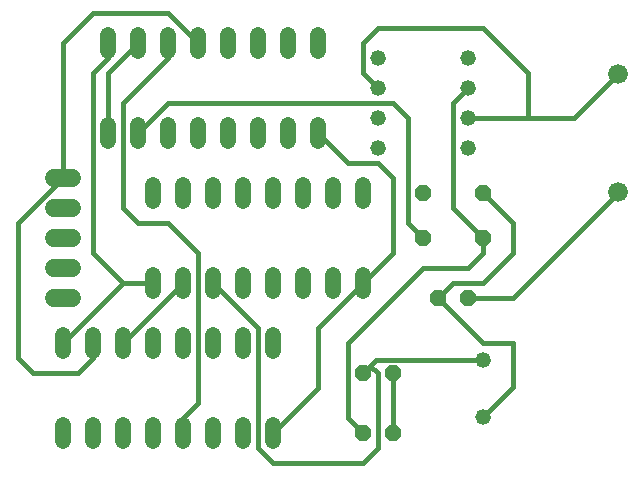
<source format=gbr>
G04 EAGLE Gerber RS-274X export*
G75*
%MOMM*%
%FSLAX34Y34*%
%LPD*%
%INTop Copper*%
%IPPOS*%
%AMOC8*
5,1,8,0,0,1.08239X$1,22.5*%
G01*
%ADD10P,1.429621X8X22.500000*%
%ADD11C,1.320800*%
%ADD12C,1.320800*%
%ADD13C,1.676400*%
%ADD14C,1.524000*%
%ADD15C,0.406400*%


D10*
X368300Y152400D03*
X393700Y152400D03*
X304800Y88900D03*
X330200Y88900D03*
X304800Y38100D03*
X330200Y38100D03*
D11*
X50800Y31496D02*
X50800Y44704D01*
X76200Y44704D02*
X76200Y31496D01*
X203200Y31496D02*
X203200Y44704D01*
X228600Y44704D02*
X228600Y31496D01*
X101600Y31496D02*
X101600Y44704D01*
X127000Y44704D02*
X127000Y31496D01*
X177800Y31496D02*
X177800Y44704D01*
X152400Y44704D02*
X152400Y31496D01*
X228600Y107696D02*
X228600Y120904D01*
X203200Y120904D02*
X203200Y107696D01*
X177800Y107696D02*
X177800Y120904D01*
X152400Y120904D02*
X152400Y107696D01*
X127000Y107696D02*
X127000Y120904D01*
X101600Y120904D02*
X101600Y107696D01*
X76200Y107696D02*
X76200Y120904D01*
X50800Y120904D02*
X50800Y107696D01*
X88900Y285496D02*
X88900Y298704D01*
X114300Y298704D02*
X114300Y285496D01*
X241300Y285496D02*
X241300Y298704D01*
X266700Y298704D02*
X266700Y285496D01*
X139700Y285496D02*
X139700Y298704D01*
X165100Y298704D02*
X165100Y285496D01*
X215900Y285496D02*
X215900Y298704D01*
X190500Y298704D02*
X190500Y285496D01*
X266700Y361696D02*
X266700Y374904D01*
X241300Y374904D02*
X241300Y361696D01*
X215900Y361696D02*
X215900Y374904D01*
X190500Y374904D02*
X190500Y361696D01*
X165100Y361696D02*
X165100Y374904D01*
X139700Y374904D02*
X139700Y361696D01*
X114300Y361696D02*
X114300Y374904D01*
X88900Y374904D02*
X88900Y361696D01*
X127000Y171704D02*
X127000Y158496D01*
X152400Y158496D02*
X152400Y171704D01*
X279400Y171704D02*
X279400Y158496D01*
X304800Y158496D02*
X304800Y171704D01*
X177800Y171704D02*
X177800Y158496D01*
X203200Y158496D02*
X203200Y171704D01*
X254000Y171704D02*
X254000Y158496D01*
X228600Y158496D02*
X228600Y171704D01*
X304800Y234696D02*
X304800Y247904D01*
X279400Y247904D02*
X279400Y234696D01*
X254000Y234696D02*
X254000Y247904D01*
X228600Y247904D02*
X228600Y234696D01*
X203200Y234696D02*
X203200Y247904D01*
X177800Y247904D02*
X177800Y234696D01*
X152400Y234696D02*
X152400Y247904D01*
X127000Y247904D02*
X127000Y234696D01*
D12*
X393700Y279400D03*
X393700Y304800D03*
X317500Y304800D03*
X317500Y279400D03*
X393700Y330200D03*
X393700Y355600D03*
X317500Y330200D03*
X317500Y355600D03*
X406400Y100330D03*
X406400Y52070D03*
D10*
X355600Y203200D03*
X406400Y203200D03*
X355600Y241300D03*
X406400Y241300D03*
D13*
X520700Y342100D03*
X520700Y242100D03*
D14*
X58420Y152400D02*
X43180Y152400D01*
X43180Y177800D02*
X58420Y177800D01*
X58420Y203200D02*
X43180Y203200D01*
X43180Y228600D02*
X58420Y228600D01*
X58420Y254000D02*
X43180Y254000D01*
D15*
X228600Y38100D02*
X266700Y76200D01*
X266700Y127000D01*
X304800Y165100D01*
X292100Y266700D02*
X266700Y292100D01*
X292100Y266700D02*
X317500Y266700D01*
X330200Y254000D01*
X330200Y190500D01*
X304800Y165100D01*
X101600Y165100D02*
X50800Y114300D01*
X101600Y165100D02*
X127000Y165100D01*
X88900Y355600D02*
X88900Y368300D01*
X88900Y355600D02*
X76200Y342900D01*
X76200Y190500D01*
X101600Y165100D01*
X316230Y100330D02*
X406400Y100330D01*
X316230Y100330D02*
X311150Y95250D01*
X304800Y88900D01*
X311150Y95250D02*
X317500Y88900D01*
X215900Y127000D02*
X177800Y165100D01*
X215900Y127000D02*
X215900Y25400D01*
X228600Y12700D01*
X304800Y12700D01*
X317500Y25400D01*
X317500Y88900D01*
X406400Y52070D02*
X431800Y77470D01*
X431800Y114300D01*
X406400Y114300D01*
X368300Y152400D01*
X152400Y165100D02*
X101600Y114300D01*
X406400Y241300D02*
X431800Y215900D01*
X431800Y190500D01*
X406400Y165100D01*
X381000Y165100D01*
X368300Y152400D01*
X292100Y50800D02*
X304800Y38100D01*
X292100Y50800D02*
X292100Y114300D01*
X355600Y177800D01*
X393700Y177800D01*
X406400Y190500D01*
X406400Y203200D01*
X381000Y317500D02*
X393700Y330200D01*
X381000Y317500D02*
X381000Y228600D01*
X406400Y203200D01*
X330200Y88900D02*
X330200Y38100D01*
X393700Y152400D02*
X431800Y152400D01*
X520700Y241300D02*
X520700Y242100D01*
X520700Y241300D02*
X431800Y152400D01*
X76200Y114300D02*
X76200Y101600D01*
X63500Y88900D01*
X25400Y88900D01*
X12700Y101600D01*
X12700Y215900D01*
X50800Y254000D01*
X50800Y368300D01*
X76200Y393700D01*
X139700Y393700D01*
X165100Y368300D01*
X483400Y304800D02*
X520700Y342100D01*
X483400Y304800D02*
X444500Y304800D01*
X393700Y304800D01*
X317500Y330200D02*
X304800Y342900D01*
X304800Y368300D01*
X317500Y381000D01*
X406400Y381000D01*
X444500Y342900D01*
X444500Y304800D01*
X139700Y355600D02*
X139700Y368300D01*
X139700Y355600D02*
X101600Y317500D01*
X101600Y228600D01*
X114300Y215900D01*
X139700Y215900D01*
X165100Y190500D01*
X165100Y63500D01*
X152400Y50800D01*
X152400Y38100D01*
X114300Y292100D02*
X139700Y317500D01*
X330200Y317500D01*
X342900Y304800D01*
X342900Y215900D01*
X355600Y203200D01*
X114300Y368300D02*
X88900Y342900D01*
X88900Y292100D01*
M02*

</source>
